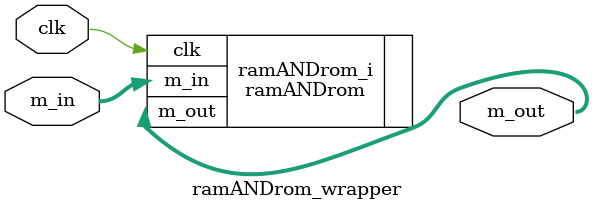
<source format=v>
`timescale 1 ps / 1 ps

module ramANDrom_wrapper
   (clk,
    m_in,
    m_out);
  input clk;
  input [31:0]m_in;
  output [31:0]m_out;

  wire clk;
  wire [31:0]m_in;
  wire [31:0]m_out;

  ramANDrom ramANDrom_i
       (.clk(clk),
        .m_in(m_in),
        .m_out(m_out));
endmodule

</source>
